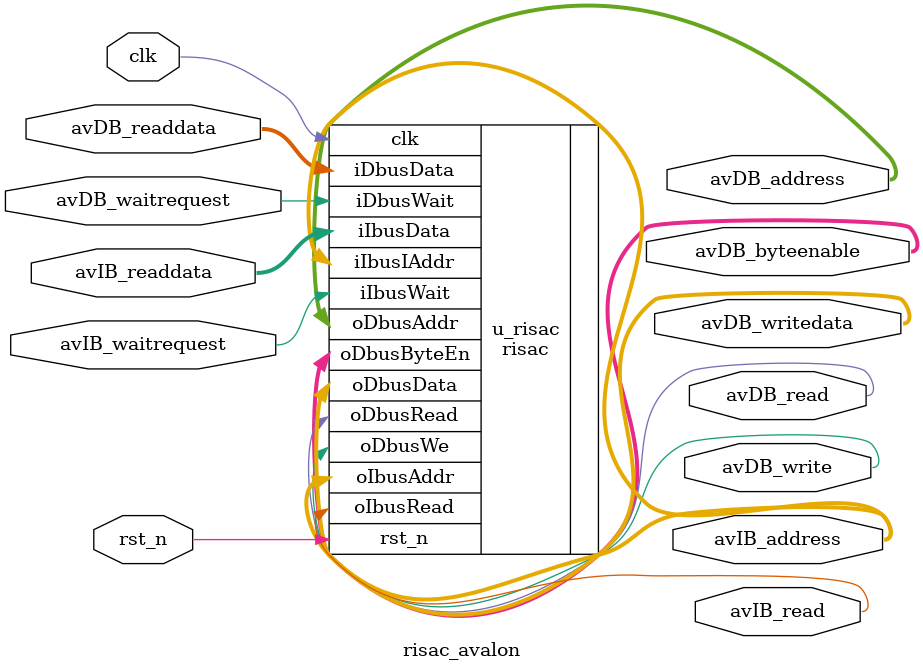
<source format=v>
module risac_avalon (
  input	clk,
  input rst_n,

  // imem
  input 	[31:0] avIB_readdata,
  output	[31:0] avIB_address,
  input 	[00:0] avIB_waitrequest,
  output  [00:0] avIB_read,

  // dmem
  output 	[31:0] avDB_address,
  input		[31:0] avDB_readdata,
  output  [00:0] avDB_read,
  output  [31:0] avDB_writedata,
  output  [03:0] avDB_byteenable,
  output  [00:0] avDB_write,
  input		[00:0] avDB_waitrequest
);

  risac u_risac (
    .clk        (clk),
    .rst_n      (rst_n),
    
    .oIbusAddr  (avIB_address),
    .iIbusData  (avIB_readdata),
    .iIbusIAddr (avIB_address),
    .iIbusWait  (avIB_waitrequest),
    .oIbusRead  (avIB_read),

    .oDbusAddr  (avDB_address),
    .oDbusWe    (avDB_write),
    .oDbusData  (avDB_writedata),
    .oDbusRead  (avDB_read),
    .oDbusByteEn(avDB_byteenable),
    .iDbusData  (avDB_readdata),
    .iDbusWait	(avDB_waitrequest)
  );
  
endmodule 
</source>
